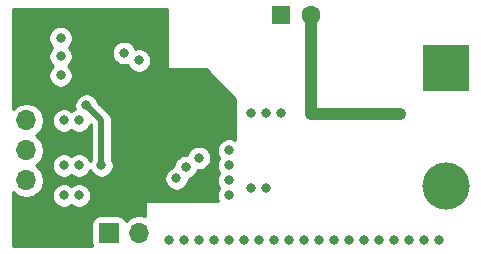
<source format=gbr>
%TF.GenerationSoftware,KiCad,Pcbnew,(5.1.9)-1*%
%TF.CreationDate,2021-11-14T21:39:45-06:00*%
%TF.ProjectId,BLDC_Cont,424c4443-5f43-46f6-9e74-2e6b69636164,rev?*%
%TF.SameCoordinates,Original*%
%TF.FileFunction,Copper,L3,Inr*%
%TF.FilePolarity,Positive*%
%FSLAX46Y46*%
G04 Gerber Fmt 4.6, Leading zero omitted, Abs format (unit mm)*
G04 Created by KiCad (PCBNEW (5.1.9)-1) date 2021-11-14 21:39:45*
%MOMM*%
%LPD*%
G01*
G04 APERTURE LIST*
%TA.AperFunction,ComponentPad*%
%ADD10C,4.000000*%
%TD*%
%TA.AperFunction,ComponentPad*%
%ADD11R,4.000000X4.000000*%
%TD*%
%TA.AperFunction,ComponentPad*%
%ADD12R,1.600000X1.600000*%
%TD*%
%TA.AperFunction,ComponentPad*%
%ADD13C,1.600000*%
%TD*%
%TA.AperFunction,ComponentPad*%
%ADD14R,1.700000X1.700000*%
%TD*%
%TA.AperFunction,ComponentPad*%
%ADD15O,1.700000X1.700000*%
%TD*%
%TA.AperFunction,ViaPad*%
%ADD16C,0.800000*%
%TD*%
%TA.AperFunction,Conductor*%
%ADD17C,1.000000*%
%TD*%
%TA.AperFunction,Conductor*%
%ADD18C,0.500000*%
%TD*%
%TA.AperFunction,Conductor*%
%ADD19C,0.254000*%
%TD*%
%TA.AperFunction,Conductor*%
%ADD20C,0.100000*%
%TD*%
G04 APERTURE END LIST*
D10*
%TO.N,GNDPWR*%
%TO.C,C7*%
X187960000Y-120490000D03*
D11*
%TO.N,+VDC*%
X187960000Y-110490000D03*
%TD*%
D12*
%TO.N,/VDD*%
%TO.C,C6*%
X173990000Y-106045000D03*
D13*
%TO.N,/PHASE*%
X176490000Y-106045000D03*
%TD*%
D14*
%TO.N,+5VD*%
%TO.C,J4*%
X152400000Y-112395000D03*
D15*
%TO.N,/PWM_A*%
X152400000Y-114935000D03*
%TO.N,/PWM_B*%
X152400000Y-117475000D03*
%TO.N,GNDD*%
X152400000Y-120015000D03*
%TD*%
D14*
%TO.N,+12V*%
%TO.C,J6*%
X159385000Y-124460000D03*
D15*
%TO.N,GNDPWR*%
X161925000Y-124460000D03*
%TD*%
D16*
%TO.N,GNDD*%
X155575000Y-121285000D03*
X155575000Y-114935000D03*
%TO.N,+12V*%
X160655000Y-109220000D03*
X161925000Y-109855000D03*
X169545000Y-120015000D03*
X169545000Y-118745000D03*
X169545000Y-117475000D03*
X169545000Y-121285000D03*
%TO.N,+5VD*%
X164465000Y-117182500D03*
X165735000Y-116840000D03*
X167005000Y-116840000D03*
X160305000Y-113380000D03*
X159352500Y-112427500D03*
X158407500Y-111482500D03*
%TO.N,GNDD*%
X155282500Y-111125000D03*
X155282500Y-109512500D03*
X155282500Y-107950000D03*
X156845000Y-114935000D03*
X155575000Y-118745000D03*
X156845000Y-118745000D03*
X156845000Y-121285000D03*
X165100000Y-119843750D03*
X165881250Y-118891250D03*
X167005000Y-118110000D03*
%TO.N,GNDPWR*%
X167005000Y-125095000D03*
X165735000Y-125095000D03*
X164465000Y-125095000D03*
X168275000Y-125095000D03*
X169545000Y-125095000D03*
X170815000Y-125095000D03*
X172085000Y-125095000D03*
X173355000Y-125095000D03*
X174625000Y-125095000D03*
X175895000Y-125095000D03*
X177165000Y-125095000D03*
X178435000Y-125095000D03*
X179705000Y-125095000D03*
X180975000Y-125095000D03*
X182245000Y-125095000D03*
X183515000Y-125095000D03*
X184785000Y-125095000D03*
X186055000Y-125095000D03*
X187325000Y-125095000D03*
%TO.N,/PHASE*%
X176525000Y-114395000D03*
X177805000Y-114395000D03*
X179075000Y-114395000D03*
X181610000Y-114395000D03*
X184055000Y-114395000D03*
%TO.N,/V_OH*%
X173990000Y-114300000D03*
X172655000Y-114300000D03*
X171450000Y-114300000D03*
%TO.N,/V_OL*%
X172720000Y-120650000D03*
X171450000Y-120650000D03*
%TO.N,/PWM_A*%
X158750000Y-118745000D03*
X157480000Y-113665000D03*
%TO.N,+5VD*%
X168275000Y-120650000D03*
X167005000Y-120650000D03*
X158407500Y-107950000D03*
X158407500Y-109562500D03*
%TD*%
D17*
%TO.N,/PHASE*%
X176490000Y-114360000D02*
X176525000Y-114395000D01*
X176490000Y-106045000D02*
X176490000Y-114360000D01*
X176525000Y-114395000D02*
X177805000Y-114395000D01*
X177805000Y-114395000D02*
X179075000Y-114395000D01*
X179075000Y-114395000D02*
X180245000Y-114395000D01*
X180245000Y-114395000D02*
X181515000Y-114395000D01*
X181515000Y-114395000D02*
X181755000Y-114395000D01*
X181515000Y-114395000D02*
X182785000Y-114395000D01*
X182785000Y-114395000D02*
X184055000Y-114395000D01*
X184055000Y-114395000D02*
X184055000Y-114395000D01*
D18*
%TO.N,/PWM_A*%
X157480000Y-113665000D02*
X158750000Y-114935000D01*
X158750000Y-114935000D02*
X158750000Y-118745000D01*
%TD*%
D19*
%TO.N,+5VD*%
X164338000Y-110490000D02*
X164340440Y-110514776D01*
X164347667Y-110538601D01*
X164359403Y-110560557D01*
X164375197Y-110579803D01*
X164394443Y-110595597D01*
X164416399Y-110607333D01*
X164440224Y-110614560D01*
X164465000Y-110617000D01*
X167587394Y-110617000D01*
X170053000Y-113082606D01*
X170053000Y-116569651D01*
X170035256Y-116557795D01*
X169846898Y-116479774D01*
X169646939Y-116440000D01*
X169443061Y-116440000D01*
X169243102Y-116479774D01*
X169054744Y-116557795D01*
X168885226Y-116671063D01*
X168741063Y-116815226D01*
X168627795Y-116984744D01*
X168549774Y-117173102D01*
X168510000Y-117373061D01*
X168510000Y-117576939D01*
X168549774Y-117776898D01*
X168627795Y-117965256D01*
X168724510Y-118110000D01*
X168627795Y-118254744D01*
X168549774Y-118443102D01*
X168510000Y-118643061D01*
X168510000Y-118846939D01*
X168549774Y-119046898D01*
X168627795Y-119235256D01*
X168724510Y-119380000D01*
X168627795Y-119524744D01*
X168549774Y-119713102D01*
X168510000Y-119913061D01*
X168510000Y-120116939D01*
X168549774Y-120316898D01*
X168627795Y-120505256D01*
X168724510Y-120650000D01*
X168627795Y-120794744D01*
X168549774Y-120983102D01*
X168510000Y-121183061D01*
X168510000Y-121386939D01*
X168549774Y-121586898D01*
X168627795Y-121775256D01*
X168639651Y-121793000D01*
X162560000Y-121793000D01*
X162535224Y-121795440D01*
X162511399Y-121802667D01*
X162489443Y-121814403D01*
X162470197Y-121830197D01*
X162454403Y-121849443D01*
X162442667Y-121871399D01*
X162435440Y-121895224D01*
X162433000Y-121920000D01*
X162433000Y-123063068D01*
X162358158Y-123032068D01*
X162071260Y-122975000D01*
X161778740Y-122975000D01*
X161491842Y-123032068D01*
X161221589Y-123144010D01*
X160978368Y-123306525D01*
X160846513Y-123438380D01*
X160824502Y-123365820D01*
X160765537Y-123255506D01*
X160686185Y-123158815D01*
X160589494Y-123079463D01*
X160479180Y-123020498D01*
X160359482Y-122984188D01*
X160235000Y-122971928D01*
X158535000Y-122971928D01*
X158410518Y-122984188D01*
X158290820Y-123020498D01*
X158180506Y-123079463D01*
X158083815Y-123158815D01*
X158004463Y-123255506D01*
X157945498Y-123365820D01*
X157909188Y-123485518D01*
X157896928Y-123610000D01*
X157896928Y-125310000D01*
X157909188Y-125434482D01*
X157945498Y-125554180D01*
X157971593Y-125603000D01*
X151257000Y-125603000D01*
X151257000Y-120972107D01*
X151453368Y-121168475D01*
X151696589Y-121330990D01*
X151966842Y-121442932D01*
X152253740Y-121500000D01*
X152546260Y-121500000D01*
X152833158Y-121442932D01*
X153103411Y-121330990D01*
X153324802Y-121183061D01*
X154540000Y-121183061D01*
X154540000Y-121386939D01*
X154579774Y-121586898D01*
X154657795Y-121775256D01*
X154771063Y-121944774D01*
X154915226Y-122088937D01*
X155084744Y-122202205D01*
X155273102Y-122280226D01*
X155473061Y-122320000D01*
X155676939Y-122320000D01*
X155876898Y-122280226D01*
X156065256Y-122202205D01*
X156210000Y-122105490D01*
X156354744Y-122202205D01*
X156543102Y-122280226D01*
X156743061Y-122320000D01*
X156946939Y-122320000D01*
X157146898Y-122280226D01*
X157335256Y-122202205D01*
X157504774Y-122088937D01*
X157648937Y-121944774D01*
X157762205Y-121775256D01*
X157840226Y-121586898D01*
X157880000Y-121386939D01*
X157880000Y-121183061D01*
X157840226Y-120983102D01*
X157762205Y-120794744D01*
X157648937Y-120625226D01*
X157504774Y-120481063D01*
X157335256Y-120367795D01*
X157146898Y-120289774D01*
X156946939Y-120250000D01*
X156743061Y-120250000D01*
X156543102Y-120289774D01*
X156354744Y-120367795D01*
X156210000Y-120464510D01*
X156065256Y-120367795D01*
X155876898Y-120289774D01*
X155676939Y-120250000D01*
X155473061Y-120250000D01*
X155273102Y-120289774D01*
X155084744Y-120367795D01*
X154915226Y-120481063D01*
X154771063Y-120625226D01*
X154657795Y-120794744D01*
X154579774Y-120983102D01*
X154540000Y-121183061D01*
X153324802Y-121183061D01*
X153346632Y-121168475D01*
X153553475Y-120961632D01*
X153715990Y-120718411D01*
X153827932Y-120448158D01*
X153885000Y-120161260D01*
X153885000Y-119868740D01*
X153827932Y-119581842D01*
X153715990Y-119311589D01*
X153553475Y-119068368D01*
X153346632Y-118861525D01*
X153172240Y-118745000D01*
X153346632Y-118628475D01*
X153553475Y-118421632D01*
X153715990Y-118178411D01*
X153827932Y-117908158D01*
X153885000Y-117621260D01*
X153885000Y-117328740D01*
X153827932Y-117041842D01*
X153715990Y-116771589D01*
X153553475Y-116528368D01*
X153346632Y-116321525D01*
X153172240Y-116205000D01*
X153346632Y-116088475D01*
X153553475Y-115881632D01*
X153715990Y-115638411D01*
X153827932Y-115368158D01*
X153885000Y-115081260D01*
X153885000Y-114833061D01*
X154540000Y-114833061D01*
X154540000Y-115036939D01*
X154579774Y-115236898D01*
X154657795Y-115425256D01*
X154771063Y-115594774D01*
X154915226Y-115738937D01*
X155084744Y-115852205D01*
X155273102Y-115930226D01*
X155473061Y-115970000D01*
X155676939Y-115970000D01*
X155876898Y-115930226D01*
X156065256Y-115852205D01*
X156210000Y-115755490D01*
X156354744Y-115852205D01*
X156543102Y-115930226D01*
X156743061Y-115970000D01*
X156946939Y-115970000D01*
X157146898Y-115930226D01*
X157335256Y-115852205D01*
X157504774Y-115738937D01*
X157648937Y-115594774D01*
X157762205Y-115425256D01*
X157828538Y-115265116D01*
X157865000Y-115301579D01*
X157865001Y-118206544D01*
X157832795Y-118254744D01*
X157797500Y-118339953D01*
X157762205Y-118254744D01*
X157648937Y-118085226D01*
X157504774Y-117941063D01*
X157335256Y-117827795D01*
X157146898Y-117749774D01*
X156946939Y-117710000D01*
X156743061Y-117710000D01*
X156543102Y-117749774D01*
X156354744Y-117827795D01*
X156210000Y-117924510D01*
X156065256Y-117827795D01*
X155876898Y-117749774D01*
X155676939Y-117710000D01*
X155473061Y-117710000D01*
X155273102Y-117749774D01*
X155084744Y-117827795D01*
X154915226Y-117941063D01*
X154771063Y-118085226D01*
X154657795Y-118254744D01*
X154579774Y-118443102D01*
X154540000Y-118643061D01*
X154540000Y-118846939D01*
X154579774Y-119046898D01*
X154657795Y-119235256D01*
X154771063Y-119404774D01*
X154915226Y-119548937D01*
X155084744Y-119662205D01*
X155273102Y-119740226D01*
X155473061Y-119780000D01*
X155676939Y-119780000D01*
X155876898Y-119740226D01*
X156065256Y-119662205D01*
X156210000Y-119565490D01*
X156354744Y-119662205D01*
X156543102Y-119740226D01*
X156743061Y-119780000D01*
X156946939Y-119780000D01*
X157146898Y-119740226D01*
X157335256Y-119662205D01*
X157504774Y-119548937D01*
X157648937Y-119404774D01*
X157762205Y-119235256D01*
X157797500Y-119150047D01*
X157832795Y-119235256D01*
X157946063Y-119404774D01*
X158090226Y-119548937D01*
X158259744Y-119662205D01*
X158448102Y-119740226D01*
X158648061Y-119780000D01*
X158851939Y-119780000D01*
X159043929Y-119741811D01*
X164065000Y-119741811D01*
X164065000Y-119945689D01*
X164104774Y-120145648D01*
X164182795Y-120334006D01*
X164296063Y-120503524D01*
X164440226Y-120647687D01*
X164609744Y-120760955D01*
X164798102Y-120838976D01*
X164998061Y-120878750D01*
X165201939Y-120878750D01*
X165401898Y-120838976D01*
X165590256Y-120760955D01*
X165759774Y-120647687D01*
X165903937Y-120503524D01*
X166017205Y-120334006D01*
X166095226Y-120145648D01*
X166135000Y-119945689D01*
X166135000Y-119896053D01*
X166183148Y-119886476D01*
X166371506Y-119808455D01*
X166541024Y-119695187D01*
X166685187Y-119551024D01*
X166798455Y-119381506D01*
X166876476Y-119193148D01*
X166886700Y-119141746D01*
X166903061Y-119145000D01*
X167106939Y-119145000D01*
X167306898Y-119105226D01*
X167495256Y-119027205D01*
X167664774Y-118913937D01*
X167808937Y-118769774D01*
X167922205Y-118600256D01*
X168000226Y-118411898D01*
X168040000Y-118211939D01*
X168040000Y-118008061D01*
X168000226Y-117808102D01*
X167922205Y-117619744D01*
X167808937Y-117450226D01*
X167664774Y-117306063D01*
X167495256Y-117192795D01*
X167306898Y-117114774D01*
X167106939Y-117075000D01*
X166903061Y-117075000D01*
X166703102Y-117114774D01*
X166514744Y-117192795D01*
X166345226Y-117306063D01*
X166201063Y-117450226D01*
X166087795Y-117619744D01*
X166009774Y-117808102D01*
X165999550Y-117859504D01*
X165983189Y-117856250D01*
X165779311Y-117856250D01*
X165579352Y-117896024D01*
X165390994Y-117974045D01*
X165221476Y-118087313D01*
X165077313Y-118231476D01*
X164964045Y-118400994D01*
X164886024Y-118589352D01*
X164846250Y-118789311D01*
X164846250Y-118838947D01*
X164798102Y-118848524D01*
X164609744Y-118926545D01*
X164440226Y-119039813D01*
X164296063Y-119183976D01*
X164182795Y-119353494D01*
X164104774Y-119541852D01*
X164065000Y-119741811D01*
X159043929Y-119741811D01*
X159051898Y-119740226D01*
X159240256Y-119662205D01*
X159409774Y-119548937D01*
X159553937Y-119404774D01*
X159667205Y-119235256D01*
X159745226Y-119046898D01*
X159785000Y-118846939D01*
X159785000Y-118643061D01*
X159745226Y-118443102D01*
X159667205Y-118254744D01*
X159635000Y-118206546D01*
X159635000Y-114978465D01*
X159639281Y-114934999D01*
X159635000Y-114891533D01*
X159635000Y-114891523D01*
X159622195Y-114761510D01*
X159571589Y-114594687D01*
X159489411Y-114440941D01*
X159378817Y-114306183D01*
X159345050Y-114278471D01*
X158486535Y-113419957D01*
X158475226Y-113363102D01*
X158397205Y-113174744D01*
X158283937Y-113005226D01*
X158139774Y-112861063D01*
X157970256Y-112747795D01*
X157781898Y-112669774D01*
X157581939Y-112630000D01*
X157378061Y-112630000D01*
X157178102Y-112669774D01*
X156989744Y-112747795D01*
X156820226Y-112861063D01*
X156676063Y-113005226D01*
X156562795Y-113174744D01*
X156484774Y-113363102D01*
X156445000Y-113563061D01*
X156445000Y-113766939D01*
X156484229Y-113964160D01*
X156354744Y-114017795D01*
X156210000Y-114114510D01*
X156065256Y-114017795D01*
X155876898Y-113939774D01*
X155676939Y-113900000D01*
X155473061Y-113900000D01*
X155273102Y-113939774D01*
X155084744Y-114017795D01*
X154915226Y-114131063D01*
X154771063Y-114275226D01*
X154657795Y-114444744D01*
X154579774Y-114633102D01*
X154540000Y-114833061D01*
X153885000Y-114833061D01*
X153885000Y-114788740D01*
X153827932Y-114501842D01*
X153715990Y-114231589D01*
X153553475Y-113988368D01*
X153346632Y-113781525D01*
X153103411Y-113619010D01*
X152833158Y-113507068D01*
X152546260Y-113450000D01*
X152253740Y-113450000D01*
X151966842Y-113507068D01*
X151696589Y-113619010D01*
X151453368Y-113781525D01*
X151257000Y-113977893D01*
X151257000Y-107848061D01*
X154247500Y-107848061D01*
X154247500Y-108051939D01*
X154287274Y-108251898D01*
X154365295Y-108440256D01*
X154478563Y-108609774D01*
X154600039Y-108731250D01*
X154478563Y-108852726D01*
X154365295Y-109022244D01*
X154287274Y-109210602D01*
X154247500Y-109410561D01*
X154247500Y-109614439D01*
X154287274Y-109814398D01*
X154365295Y-110002756D01*
X154478563Y-110172274D01*
X154622726Y-110316437D01*
X154626188Y-110318750D01*
X154622726Y-110321063D01*
X154478563Y-110465226D01*
X154365295Y-110634744D01*
X154287274Y-110823102D01*
X154247500Y-111023061D01*
X154247500Y-111226939D01*
X154287274Y-111426898D01*
X154365295Y-111615256D01*
X154478563Y-111784774D01*
X154622726Y-111928937D01*
X154792244Y-112042205D01*
X154980602Y-112120226D01*
X155180561Y-112160000D01*
X155384439Y-112160000D01*
X155584398Y-112120226D01*
X155772756Y-112042205D01*
X155942274Y-111928937D01*
X156086437Y-111784774D01*
X156199705Y-111615256D01*
X156277726Y-111426898D01*
X156317500Y-111226939D01*
X156317500Y-111023061D01*
X156277726Y-110823102D01*
X156199705Y-110634744D01*
X156086437Y-110465226D01*
X155942274Y-110321063D01*
X155938812Y-110318750D01*
X155942274Y-110316437D01*
X156086437Y-110172274D01*
X156199705Y-110002756D01*
X156277726Y-109814398D01*
X156317500Y-109614439D01*
X156317500Y-109410561D01*
X156277726Y-109210602D01*
X156239394Y-109118061D01*
X159620000Y-109118061D01*
X159620000Y-109321939D01*
X159659774Y-109521898D01*
X159737795Y-109710256D01*
X159851063Y-109879774D01*
X159995226Y-110023937D01*
X160164744Y-110137205D01*
X160353102Y-110215226D01*
X160553061Y-110255000D01*
X160756939Y-110255000D01*
X160954160Y-110215771D01*
X161007795Y-110345256D01*
X161121063Y-110514774D01*
X161265226Y-110658937D01*
X161434744Y-110772205D01*
X161623102Y-110850226D01*
X161823061Y-110890000D01*
X162026939Y-110890000D01*
X162226898Y-110850226D01*
X162415256Y-110772205D01*
X162584774Y-110658937D01*
X162728937Y-110514774D01*
X162842205Y-110345256D01*
X162920226Y-110156898D01*
X162960000Y-109956939D01*
X162960000Y-109753061D01*
X162920226Y-109553102D01*
X162842205Y-109364744D01*
X162728937Y-109195226D01*
X162584774Y-109051063D01*
X162415256Y-108937795D01*
X162226898Y-108859774D01*
X162026939Y-108820000D01*
X161823061Y-108820000D01*
X161625840Y-108859229D01*
X161572205Y-108729744D01*
X161458937Y-108560226D01*
X161314774Y-108416063D01*
X161145256Y-108302795D01*
X160956898Y-108224774D01*
X160756939Y-108185000D01*
X160553061Y-108185000D01*
X160353102Y-108224774D01*
X160164744Y-108302795D01*
X159995226Y-108416063D01*
X159851063Y-108560226D01*
X159737795Y-108729744D01*
X159659774Y-108918102D01*
X159620000Y-109118061D01*
X156239394Y-109118061D01*
X156199705Y-109022244D01*
X156086437Y-108852726D01*
X155964961Y-108731250D01*
X156086437Y-108609774D01*
X156199705Y-108440256D01*
X156277726Y-108251898D01*
X156317500Y-108051939D01*
X156317500Y-107848061D01*
X156277726Y-107648102D01*
X156199705Y-107459744D01*
X156086437Y-107290226D01*
X155942274Y-107146063D01*
X155772756Y-107032795D01*
X155584398Y-106954774D01*
X155384439Y-106915000D01*
X155180561Y-106915000D01*
X154980602Y-106954774D01*
X154792244Y-107032795D01*
X154622726Y-107146063D01*
X154478563Y-107290226D01*
X154365295Y-107459744D01*
X154287274Y-107648102D01*
X154247500Y-107848061D01*
X151257000Y-107848061D01*
X151257000Y-105537000D01*
X164338000Y-105537000D01*
X164338000Y-110490000D01*
%TA.AperFunction,Conductor*%
D20*
G36*
X164338000Y-110490000D02*
G01*
X164340440Y-110514776D01*
X164347667Y-110538601D01*
X164359403Y-110560557D01*
X164375197Y-110579803D01*
X164394443Y-110595597D01*
X164416399Y-110607333D01*
X164440224Y-110614560D01*
X164465000Y-110617000D01*
X167587394Y-110617000D01*
X170053000Y-113082606D01*
X170053000Y-116569651D01*
X170035256Y-116557795D01*
X169846898Y-116479774D01*
X169646939Y-116440000D01*
X169443061Y-116440000D01*
X169243102Y-116479774D01*
X169054744Y-116557795D01*
X168885226Y-116671063D01*
X168741063Y-116815226D01*
X168627795Y-116984744D01*
X168549774Y-117173102D01*
X168510000Y-117373061D01*
X168510000Y-117576939D01*
X168549774Y-117776898D01*
X168627795Y-117965256D01*
X168724510Y-118110000D01*
X168627795Y-118254744D01*
X168549774Y-118443102D01*
X168510000Y-118643061D01*
X168510000Y-118846939D01*
X168549774Y-119046898D01*
X168627795Y-119235256D01*
X168724510Y-119380000D01*
X168627795Y-119524744D01*
X168549774Y-119713102D01*
X168510000Y-119913061D01*
X168510000Y-120116939D01*
X168549774Y-120316898D01*
X168627795Y-120505256D01*
X168724510Y-120650000D01*
X168627795Y-120794744D01*
X168549774Y-120983102D01*
X168510000Y-121183061D01*
X168510000Y-121386939D01*
X168549774Y-121586898D01*
X168627795Y-121775256D01*
X168639651Y-121793000D01*
X162560000Y-121793000D01*
X162535224Y-121795440D01*
X162511399Y-121802667D01*
X162489443Y-121814403D01*
X162470197Y-121830197D01*
X162454403Y-121849443D01*
X162442667Y-121871399D01*
X162435440Y-121895224D01*
X162433000Y-121920000D01*
X162433000Y-123063068D01*
X162358158Y-123032068D01*
X162071260Y-122975000D01*
X161778740Y-122975000D01*
X161491842Y-123032068D01*
X161221589Y-123144010D01*
X160978368Y-123306525D01*
X160846513Y-123438380D01*
X160824502Y-123365820D01*
X160765537Y-123255506D01*
X160686185Y-123158815D01*
X160589494Y-123079463D01*
X160479180Y-123020498D01*
X160359482Y-122984188D01*
X160235000Y-122971928D01*
X158535000Y-122971928D01*
X158410518Y-122984188D01*
X158290820Y-123020498D01*
X158180506Y-123079463D01*
X158083815Y-123158815D01*
X158004463Y-123255506D01*
X157945498Y-123365820D01*
X157909188Y-123485518D01*
X157896928Y-123610000D01*
X157896928Y-125310000D01*
X157909188Y-125434482D01*
X157945498Y-125554180D01*
X157971593Y-125603000D01*
X151257000Y-125603000D01*
X151257000Y-120972107D01*
X151453368Y-121168475D01*
X151696589Y-121330990D01*
X151966842Y-121442932D01*
X152253740Y-121500000D01*
X152546260Y-121500000D01*
X152833158Y-121442932D01*
X153103411Y-121330990D01*
X153324802Y-121183061D01*
X154540000Y-121183061D01*
X154540000Y-121386939D01*
X154579774Y-121586898D01*
X154657795Y-121775256D01*
X154771063Y-121944774D01*
X154915226Y-122088937D01*
X155084744Y-122202205D01*
X155273102Y-122280226D01*
X155473061Y-122320000D01*
X155676939Y-122320000D01*
X155876898Y-122280226D01*
X156065256Y-122202205D01*
X156210000Y-122105490D01*
X156354744Y-122202205D01*
X156543102Y-122280226D01*
X156743061Y-122320000D01*
X156946939Y-122320000D01*
X157146898Y-122280226D01*
X157335256Y-122202205D01*
X157504774Y-122088937D01*
X157648937Y-121944774D01*
X157762205Y-121775256D01*
X157840226Y-121586898D01*
X157880000Y-121386939D01*
X157880000Y-121183061D01*
X157840226Y-120983102D01*
X157762205Y-120794744D01*
X157648937Y-120625226D01*
X157504774Y-120481063D01*
X157335256Y-120367795D01*
X157146898Y-120289774D01*
X156946939Y-120250000D01*
X156743061Y-120250000D01*
X156543102Y-120289774D01*
X156354744Y-120367795D01*
X156210000Y-120464510D01*
X156065256Y-120367795D01*
X155876898Y-120289774D01*
X155676939Y-120250000D01*
X155473061Y-120250000D01*
X155273102Y-120289774D01*
X155084744Y-120367795D01*
X154915226Y-120481063D01*
X154771063Y-120625226D01*
X154657795Y-120794744D01*
X154579774Y-120983102D01*
X154540000Y-121183061D01*
X153324802Y-121183061D01*
X153346632Y-121168475D01*
X153553475Y-120961632D01*
X153715990Y-120718411D01*
X153827932Y-120448158D01*
X153885000Y-120161260D01*
X153885000Y-119868740D01*
X153827932Y-119581842D01*
X153715990Y-119311589D01*
X153553475Y-119068368D01*
X153346632Y-118861525D01*
X153172240Y-118745000D01*
X153346632Y-118628475D01*
X153553475Y-118421632D01*
X153715990Y-118178411D01*
X153827932Y-117908158D01*
X153885000Y-117621260D01*
X153885000Y-117328740D01*
X153827932Y-117041842D01*
X153715990Y-116771589D01*
X153553475Y-116528368D01*
X153346632Y-116321525D01*
X153172240Y-116205000D01*
X153346632Y-116088475D01*
X153553475Y-115881632D01*
X153715990Y-115638411D01*
X153827932Y-115368158D01*
X153885000Y-115081260D01*
X153885000Y-114833061D01*
X154540000Y-114833061D01*
X154540000Y-115036939D01*
X154579774Y-115236898D01*
X154657795Y-115425256D01*
X154771063Y-115594774D01*
X154915226Y-115738937D01*
X155084744Y-115852205D01*
X155273102Y-115930226D01*
X155473061Y-115970000D01*
X155676939Y-115970000D01*
X155876898Y-115930226D01*
X156065256Y-115852205D01*
X156210000Y-115755490D01*
X156354744Y-115852205D01*
X156543102Y-115930226D01*
X156743061Y-115970000D01*
X156946939Y-115970000D01*
X157146898Y-115930226D01*
X157335256Y-115852205D01*
X157504774Y-115738937D01*
X157648937Y-115594774D01*
X157762205Y-115425256D01*
X157828538Y-115265116D01*
X157865000Y-115301579D01*
X157865001Y-118206544D01*
X157832795Y-118254744D01*
X157797500Y-118339953D01*
X157762205Y-118254744D01*
X157648937Y-118085226D01*
X157504774Y-117941063D01*
X157335256Y-117827795D01*
X157146898Y-117749774D01*
X156946939Y-117710000D01*
X156743061Y-117710000D01*
X156543102Y-117749774D01*
X156354744Y-117827795D01*
X156210000Y-117924510D01*
X156065256Y-117827795D01*
X155876898Y-117749774D01*
X155676939Y-117710000D01*
X155473061Y-117710000D01*
X155273102Y-117749774D01*
X155084744Y-117827795D01*
X154915226Y-117941063D01*
X154771063Y-118085226D01*
X154657795Y-118254744D01*
X154579774Y-118443102D01*
X154540000Y-118643061D01*
X154540000Y-118846939D01*
X154579774Y-119046898D01*
X154657795Y-119235256D01*
X154771063Y-119404774D01*
X154915226Y-119548937D01*
X155084744Y-119662205D01*
X155273102Y-119740226D01*
X155473061Y-119780000D01*
X155676939Y-119780000D01*
X155876898Y-119740226D01*
X156065256Y-119662205D01*
X156210000Y-119565490D01*
X156354744Y-119662205D01*
X156543102Y-119740226D01*
X156743061Y-119780000D01*
X156946939Y-119780000D01*
X157146898Y-119740226D01*
X157335256Y-119662205D01*
X157504774Y-119548937D01*
X157648937Y-119404774D01*
X157762205Y-119235256D01*
X157797500Y-119150047D01*
X157832795Y-119235256D01*
X157946063Y-119404774D01*
X158090226Y-119548937D01*
X158259744Y-119662205D01*
X158448102Y-119740226D01*
X158648061Y-119780000D01*
X158851939Y-119780000D01*
X159043929Y-119741811D01*
X164065000Y-119741811D01*
X164065000Y-119945689D01*
X164104774Y-120145648D01*
X164182795Y-120334006D01*
X164296063Y-120503524D01*
X164440226Y-120647687D01*
X164609744Y-120760955D01*
X164798102Y-120838976D01*
X164998061Y-120878750D01*
X165201939Y-120878750D01*
X165401898Y-120838976D01*
X165590256Y-120760955D01*
X165759774Y-120647687D01*
X165903937Y-120503524D01*
X166017205Y-120334006D01*
X166095226Y-120145648D01*
X166135000Y-119945689D01*
X166135000Y-119896053D01*
X166183148Y-119886476D01*
X166371506Y-119808455D01*
X166541024Y-119695187D01*
X166685187Y-119551024D01*
X166798455Y-119381506D01*
X166876476Y-119193148D01*
X166886700Y-119141746D01*
X166903061Y-119145000D01*
X167106939Y-119145000D01*
X167306898Y-119105226D01*
X167495256Y-119027205D01*
X167664774Y-118913937D01*
X167808937Y-118769774D01*
X167922205Y-118600256D01*
X168000226Y-118411898D01*
X168040000Y-118211939D01*
X168040000Y-118008061D01*
X168000226Y-117808102D01*
X167922205Y-117619744D01*
X167808937Y-117450226D01*
X167664774Y-117306063D01*
X167495256Y-117192795D01*
X167306898Y-117114774D01*
X167106939Y-117075000D01*
X166903061Y-117075000D01*
X166703102Y-117114774D01*
X166514744Y-117192795D01*
X166345226Y-117306063D01*
X166201063Y-117450226D01*
X166087795Y-117619744D01*
X166009774Y-117808102D01*
X165999550Y-117859504D01*
X165983189Y-117856250D01*
X165779311Y-117856250D01*
X165579352Y-117896024D01*
X165390994Y-117974045D01*
X165221476Y-118087313D01*
X165077313Y-118231476D01*
X164964045Y-118400994D01*
X164886024Y-118589352D01*
X164846250Y-118789311D01*
X164846250Y-118838947D01*
X164798102Y-118848524D01*
X164609744Y-118926545D01*
X164440226Y-119039813D01*
X164296063Y-119183976D01*
X164182795Y-119353494D01*
X164104774Y-119541852D01*
X164065000Y-119741811D01*
X159043929Y-119741811D01*
X159051898Y-119740226D01*
X159240256Y-119662205D01*
X159409774Y-119548937D01*
X159553937Y-119404774D01*
X159667205Y-119235256D01*
X159745226Y-119046898D01*
X159785000Y-118846939D01*
X159785000Y-118643061D01*
X159745226Y-118443102D01*
X159667205Y-118254744D01*
X159635000Y-118206546D01*
X159635000Y-114978465D01*
X159639281Y-114934999D01*
X159635000Y-114891533D01*
X159635000Y-114891523D01*
X159622195Y-114761510D01*
X159571589Y-114594687D01*
X159489411Y-114440941D01*
X159378817Y-114306183D01*
X159345050Y-114278471D01*
X158486535Y-113419957D01*
X158475226Y-113363102D01*
X158397205Y-113174744D01*
X158283937Y-113005226D01*
X158139774Y-112861063D01*
X157970256Y-112747795D01*
X157781898Y-112669774D01*
X157581939Y-112630000D01*
X157378061Y-112630000D01*
X157178102Y-112669774D01*
X156989744Y-112747795D01*
X156820226Y-112861063D01*
X156676063Y-113005226D01*
X156562795Y-113174744D01*
X156484774Y-113363102D01*
X156445000Y-113563061D01*
X156445000Y-113766939D01*
X156484229Y-113964160D01*
X156354744Y-114017795D01*
X156210000Y-114114510D01*
X156065256Y-114017795D01*
X155876898Y-113939774D01*
X155676939Y-113900000D01*
X155473061Y-113900000D01*
X155273102Y-113939774D01*
X155084744Y-114017795D01*
X154915226Y-114131063D01*
X154771063Y-114275226D01*
X154657795Y-114444744D01*
X154579774Y-114633102D01*
X154540000Y-114833061D01*
X153885000Y-114833061D01*
X153885000Y-114788740D01*
X153827932Y-114501842D01*
X153715990Y-114231589D01*
X153553475Y-113988368D01*
X153346632Y-113781525D01*
X153103411Y-113619010D01*
X152833158Y-113507068D01*
X152546260Y-113450000D01*
X152253740Y-113450000D01*
X151966842Y-113507068D01*
X151696589Y-113619010D01*
X151453368Y-113781525D01*
X151257000Y-113977893D01*
X151257000Y-107848061D01*
X154247500Y-107848061D01*
X154247500Y-108051939D01*
X154287274Y-108251898D01*
X154365295Y-108440256D01*
X154478563Y-108609774D01*
X154600039Y-108731250D01*
X154478563Y-108852726D01*
X154365295Y-109022244D01*
X154287274Y-109210602D01*
X154247500Y-109410561D01*
X154247500Y-109614439D01*
X154287274Y-109814398D01*
X154365295Y-110002756D01*
X154478563Y-110172274D01*
X154622726Y-110316437D01*
X154626188Y-110318750D01*
X154622726Y-110321063D01*
X154478563Y-110465226D01*
X154365295Y-110634744D01*
X154287274Y-110823102D01*
X154247500Y-111023061D01*
X154247500Y-111226939D01*
X154287274Y-111426898D01*
X154365295Y-111615256D01*
X154478563Y-111784774D01*
X154622726Y-111928937D01*
X154792244Y-112042205D01*
X154980602Y-112120226D01*
X155180561Y-112160000D01*
X155384439Y-112160000D01*
X155584398Y-112120226D01*
X155772756Y-112042205D01*
X155942274Y-111928937D01*
X156086437Y-111784774D01*
X156199705Y-111615256D01*
X156277726Y-111426898D01*
X156317500Y-111226939D01*
X156317500Y-111023061D01*
X156277726Y-110823102D01*
X156199705Y-110634744D01*
X156086437Y-110465226D01*
X155942274Y-110321063D01*
X155938812Y-110318750D01*
X155942274Y-110316437D01*
X156086437Y-110172274D01*
X156199705Y-110002756D01*
X156277726Y-109814398D01*
X156317500Y-109614439D01*
X156317500Y-109410561D01*
X156277726Y-109210602D01*
X156239394Y-109118061D01*
X159620000Y-109118061D01*
X159620000Y-109321939D01*
X159659774Y-109521898D01*
X159737795Y-109710256D01*
X159851063Y-109879774D01*
X159995226Y-110023937D01*
X160164744Y-110137205D01*
X160353102Y-110215226D01*
X160553061Y-110255000D01*
X160756939Y-110255000D01*
X160954160Y-110215771D01*
X161007795Y-110345256D01*
X161121063Y-110514774D01*
X161265226Y-110658937D01*
X161434744Y-110772205D01*
X161623102Y-110850226D01*
X161823061Y-110890000D01*
X162026939Y-110890000D01*
X162226898Y-110850226D01*
X162415256Y-110772205D01*
X162584774Y-110658937D01*
X162728937Y-110514774D01*
X162842205Y-110345256D01*
X162920226Y-110156898D01*
X162960000Y-109956939D01*
X162960000Y-109753061D01*
X162920226Y-109553102D01*
X162842205Y-109364744D01*
X162728937Y-109195226D01*
X162584774Y-109051063D01*
X162415256Y-108937795D01*
X162226898Y-108859774D01*
X162026939Y-108820000D01*
X161823061Y-108820000D01*
X161625840Y-108859229D01*
X161572205Y-108729744D01*
X161458937Y-108560226D01*
X161314774Y-108416063D01*
X161145256Y-108302795D01*
X160956898Y-108224774D01*
X160756939Y-108185000D01*
X160553061Y-108185000D01*
X160353102Y-108224774D01*
X160164744Y-108302795D01*
X159995226Y-108416063D01*
X159851063Y-108560226D01*
X159737795Y-108729744D01*
X159659774Y-108918102D01*
X159620000Y-109118061D01*
X156239394Y-109118061D01*
X156199705Y-109022244D01*
X156086437Y-108852726D01*
X155964961Y-108731250D01*
X156086437Y-108609774D01*
X156199705Y-108440256D01*
X156277726Y-108251898D01*
X156317500Y-108051939D01*
X156317500Y-107848061D01*
X156277726Y-107648102D01*
X156199705Y-107459744D01*
X156086437Y-107290226D01*
X155942274Y-107146063D01*
X155772756Y-107032795D01*
X155584398Y-106954774D01*
X155384439Y-106915000D01*
X155180561Y-106915000D01*
X154980602Y-106954774D01*
X154792244Y-107032795D01*
X154622726Y-107146063D01*
X154478563Y-107290226D01*
X154365295Y-107459744D01*
X154287274Y-107648102D01*
X154247500Y-107848061D01*
X151257000Y-107848061D01*
X151257000Y-105537000D01*
X164338000Y-105537000D01*
X164338000Y-110490000D01*
G37*
%TD.AperFunction*%
%TD*%
M02*

</source>
